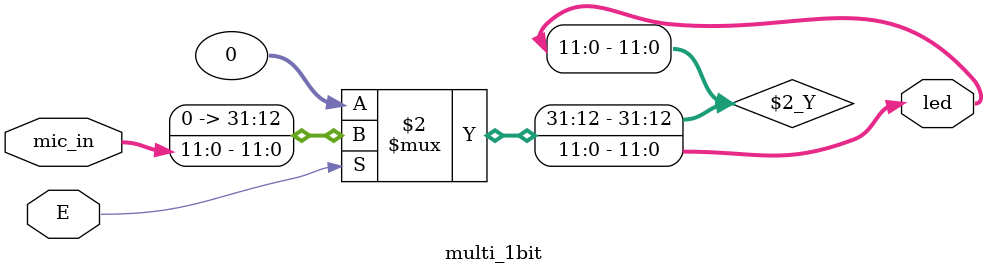
<source format=v>
`timescale 1ns / 1ps


module multi_1bit(
    input E,
    input [11:0] mic_in,
    output [11:0] led
    );
    assign led = E ? mic_in : 0;
endmodule

</source>
